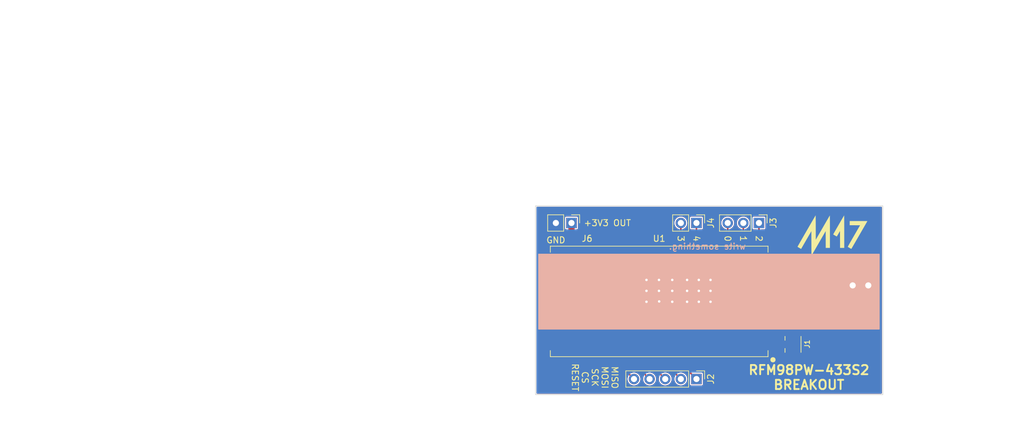
<source format=kicad_pcb>
(kicad_pcb (version 20211014) (generator pcbnew)
  (layers (0 "F.Cu" signal) (31 "B.Cu" signal) (34 "B.Paste" user) (35 "F.Paste" user) (36 "B.SilkS" user "B.Silkscreen") (37 "F.SilkS" user "F.Silkscreen") (38 "B.Mask" user) (39 "F.Mask" user) (44 "Edge.Cuts" user))
  (net 0 "")
  (net 1 "GND")
  (net 2 "+5V")
  (net 3 "RFM_RESET")
  (net 4 "RFM_NSS")
  (net 5 "RFM_SCK")
  (net 6 "RFM_MOSI")
  (net 7 "RFM_MISO")
  (net 8 "RFM_DIO2")
  (net 9 "RFM_DIO1")
  (net 10 "RFM_DIO0")
  (net 11 "RFM_DIO4")
  (net 12 "RFM_DIO3")
  (net 13 "+3V3")
  (net 15 "Net-(J1-Pad2)")
  (footprint "U:HRS_U.FL-R-SMT-1(10)" (layer "F.Cu") (at 160.4772 106.1212 -90)
    (fp_text reference "J1" (at -0.060105 -2.311695 -90) (layer "F.SilkS") (effects (font (size 0.801283 0.801283))))
    (fp_text value "U.FL-R-SMT-1(10)")
    (fp_line (start -1.3 -1.3) (end 1.3 -1.3) (layer "F.SilkS") (width 0.127))
    (fp_line (start 1.3 1.3) (end 0.67 1.3) (layer "F.SilkS") (width 0.127))
    (fp_line (start -1.3 1.3) (end -0.67 1.3) (layer "F.SilkS") (width 0.127))
    (pad "1" smd rect (at -1.475 0 270) (size 1.05 2.2) (layers "F.Cu" "F.Paste" "F.Mask") (net 1 "GND"))
    (pad "2" smd rect (at 0 1.525 270) (size 1 1.05) (layers "F.Cu" "F.Paste" "F.Mask") (net 15 "Net-(J1-Pad2)"))
    (pad "3" smd rect (at 1.475 0 270) (size 1.05 2.2) (layers "F.Cu" "F.Paste" "F.Mask") (net 1 "GND"))
    (zone (net 0) (net_name "") (layer "F.Cu") (connect_pads (clearance 0)) (min_thickness 0.01)
      (keepout (tracks not_allowed) (vias not_allowed) (pads not_allowed) (copperpour not_allowed) (footprints allowed))
      (fill (thermal_gap 0.508) (thermal_bridge_width 0.508))
      (polygon (pts (xy 161.5772 105.171042) (xy 161.5772 107.0712) (xy 159.47703 107.0712) (xy 159.47703 105.171042)))
    )
  )
  (footprint "Capacitor_SMD:C_0603_1608Metric_Pad1.08x0.95mm_HandSolder" (layer "F.Cu") (at 163.195 99.06 90)
    (fp_text reference "C4" (at 0 -1.43 90) (layer "F.SilkS"))
    (fp_text value "1u")
    (fp_line (start -0.146267 -0.51) (end 0.146267 -0.51) (layer "F.SilkS") (width 0.12))
    (fp_line (start -0.146267 0.51) (end 0.146267 0.51) (layer "F.SilkS") (width 0.12))
    (pad "1" smd roundrect (at -0.8625 0 90) (size 1.075 0.95) (layers "F.Cu" "F.Paste" "F.Mask") (net 1 "GND"))
    (pad "2" smd roundrect (at 0.8625 0 90) (size 1.075 0.95) (layers "F.Cu" "F.Paste" "F.Mask") (net 2 "+5V"))
  )
  (footprint "Connector_PinHeader_2.54mm:PinHeader_1x03_P2.54mm_Vertical" (layer "F.Cu") (at 154.94 86.36 -90)
    (fp_text reference "J3" (at 0 -2.33 90) (layer "F.SilkS"))
    (fp_text value "Conn_01x03_Male")
    (fp_line (start -1.33 0) (end -1.33 -1.33) (layer "F.SilkS") (width 0.12))
    (fp_line (start -1.33 1.27) (end 1.33 1.27) (layer "F.SilkS") (width 0.12))
    (fp_line (start -1.33 1.27) (end -1.33 6.41) (layer "F.SilkS") (width 0.12))
    (fp_line (start -1.33 6.41) (end 1.33 6.41) (layer "F.SilkS") (width 0.12))
    (fp_line (start 1.33 1.27) (end 1.33 6.41) (layer "F.SilkS") (width 0.12))
    (fp_line (start -1.33 -1.33) (end 0 -1.33) (layer "F.SilkS") (width 0.12))
    (pad "1" thru_hole rect (at 0 0 270) (size 1.7 1.7) (drill 1) (layers *.Cu *.Mask) (net 8 "RFM_DIO2"))
    (pad "2" thru_hole oval (at 0 2.54 270) (size 1.7 1.7) (drill 1) (layers *.Cu *.Mask) (net 9 "RFM_DIO1"))
    (pad "3" thru_hole oval (at 0 5.08 270) (size 1.7 1.7) (drill 1) (layers *.Cu *.Mask) (net 10 "RFM_DIO0"))
  )
  (footprint "RFM98PW:RFM98PW-433S2" (layer "F.Cu") (at 138.717 99.129)
    (fp_text reference "U1" (at 0 -10.229 unlocked) (layer "F.SilkS"))
    (fp_text value "RFM98PW-433S2")
    (fp_line (start 17.7 -9) (end 17.7 -8) (layer "F.SilkS") (width 0.12))
    (fp_line (start -17.7 9) (end -17.7 8) (layer "F.SilkS") (width 0.12))
    (fp_line (start 17.7 9) (end 17.7 8) (layer "F.SilkS") (width 0.12))
    (fp_line (start -17.7 -9) (end -17.7 -8) (layer "F.SilkS") (width 0.12))
    (fp_line (start -17.7 -9) (end 17.7 -9) (layer "F.SilkS") (width 0.12))
    (fp_line (start 17.7 9) (end -17.7 9) (layer "F.SilkS") (width 0.12))
    (fp_rect (start -2.7 -4.2) (end 9 0.7) (layer "F.SilkS") (width 0.12) (fill none))
    (fp_circle (center 18.5 9.5) (end 18.860555 9.5) (layer "F.SilkS") (width 0.12) (fill solid))
    (pad "1" smd roundrect (at 17.5 7) (size 2.8 1.2) (layers "F.Cu" "F.Paste" "F.Mask") (net 15 "Net-(J1-Pad2)"))
    (pad "2" smd roundrect (at 17.5 5) (size 2.8 1.2) (layers "F.Cu" "F.Paste" "F.Mask") (net 1 "GND"))
    (pad "3" smd roundrect (at 17.5 3) (size 2.8 1.2) (layers "F.Cu" "F.Paste" "F.Mask") (net 12 "RFM_DIO3"))
    (pad "4" smd roundrect (at 17.5 1) (size 2.8 1.2) (layers "F.Cu" "F.Paste" "F.Mask") (net 11 "RFM_DIO4"))
    (pad "5" smd roundrect (at 17.5 -1) (size 2.8 1.2) (layers "F.Cu" "F.Paste" "F.Mask") (net 2 "+5V"))
    (pad "6" smd roundrect (at 17.5 -3) (size 2.8 1.2) (layers "F.Cu" "F.Paste" "F.Mask") (net 10 "RFM_DIO0"))
    (pad "7" smd roundrect (at 17.5 -5.004317) (size 2.8 1.2) (layers "F.Cu" "F.Paste" "F.Mask") (net 9 "RFM_DIO1"))
    (pad "8" smd roundrect (at 17.5 -7.001672) (size 2.8 1.2) (layers "F.Cu" "F.Paste" "F.Mask") (net 8 "RFM_DIO2"))
    (pad "9" smd roundrect (at -17.5 -7) (size 2.8 1.2) (layers "F.Cu" "F.Paste" "F.Mask") (net 13 "+3V3"))
    (pad "10" smd roundrect (at -17.5 -5) (size 2.8 1.2) (layers "F.Cu" "F.Paste" "F.Mask") (net 7 "RFM_MISO"))
    (pad "11" smd roundrect (at -17.5 -3) (size 2.8 1.2) (layers "F.Cu" "F.Paste" "F.Mask") (net 6 "RFM_MOSI"))
    (pad "12" smd roundrect (at -17.5 -1) (size 2.8 1.2) (layers "F.Cu" "F.Paste" "F.Mask") (net 5 "RFM_SCK"))
    (pad "13" smd roundrect (at -17.5 1) (size 2.8 1.2) (layers "F.Cu" "F.Paste" "F.Mask") (net 4 "RFM_NSS"))
    (pad "14" smd roundrect (at -17.5 3) (size 2.8 1.2) (layers "F.Cu" "F.Paste" "F.Mask") (net 3 "RFM_RESET"))
    (pad "15" smd roundrect (at -17.5 5) (size 2.8 1.2) (layers "F.Cu" "F.Paste" "F.Mask"))
    (pad "16" smd roundrect (at -17.5 7) (size 2.8 1.2) (layers "F.Cu" "F.Paste" "F.Mask") (net 1 "GND"))
    (pad "17" smd rect (at 3.15 -1.75) (size 11.5 4.7) (layers "F.Cu" "F.Paste" "F.Mask") (net 1 "GND"))
  )
  (footprint "Capacitor_SMD:C_0603_1608Metric_Pad1.08x0.95mm_HandSolder" (layer "F.Cu") (at 160.02 99.06 90)
    (fp_text reference "C5" (at 0 -1.43 90) (layer "F.SilkS"))
    (fp_text value "0u1")
    (fp_line (start -0.146267 -0.51) (end 0.146267 -0.51) (layer "F.SilkS") (width 0.12))
    (fp_line (start -0.146267 0.51) (end 0.146267 0.51) (layer "F.SilkS") (width 0.12))
    (pad "1" smd roundrect (at -0.8625 0 90) (size 1.075 0.95) (layers "F.Cu" "F.Paste" "F.Mask") (net 1 "GND"))
    (pad "2" smd roundrect (at 0.8625 0 90) (size 1.075 0.95) (layers "F.Cu" "F.Paste" "F.Mask") (net 2 "+5V"))
  )
  (footprint "Connector_PinHeader_2.54mm:PinHeader_1x02_P2.54mm_Vertical" (layer "F.Cu") (at 170.18 96.52 90)
    (fp_text reference "J5" (at 0 -2.33 90) (layer "F.SilkS"))
    (fp_text value "Conn_01x02_Male")
    (fp_line (start -1.33 -1.33) (end 0 -1.33) (layer "F.SilkS") (width 0.12))
    (fp_line (start -1.33 1.27) (end 1.33 1.27) (layer "F.SilkS") (width 0.12))
    (fp_line (start -1.33 1.27) (end -1.33 3.87) (layer "F.SilkS") (width 0.12))
    (fp_line (start -1.33 0) (end -1.33 -1.33) (layer "F.SilkS") (width 0.12))
    (fp_line (start -1.33 3.87) (end 1.33 3.87) (layer "F.SilkS") (width 0.12))
    (fp_line (start 1.33 1.27) (end 1.33 3.87) (layer "F.SilkS") (width 0.12))
    (pad "1" thru_hole rect (at 0 0 90) (size 1.7 1.7) (drill 1) (layers *.Cu *.Mask) (net 2 "+5V"))
    (pad "2" thru_hole oval (at 0 2.54 90) (size 1.7 1.7) (drill 1) (layers *.Cu *.Mask) (net 1 "GND"))
  )
  (footprint "M17:M17" (layer "F.Cu") (at 166.878 88.392)
    (fp_text reference "G1" hide)
    (fp_text value "LOGO" hide)
    (fp_poly (pts (xy -2.71887 -3.257511) (xy -2.716892 -3.203701) (xy -2.714929 -3.116961) (xy -2.713004 -2.999769) (xy -2.711142 -2.8546) (xy -2.709366 -2.683931) (xy -2.7077 -2.490239) (xy -2.706167 -2.276) (xy -2.704791 -2.043689) (xy -2.703596 -1.795785) (xy -2.702605 -1.534763) (xy -2.701913 -1.293103) (xy -2.697094 0.690603) (xy -1.572536 -1.259956) (xy -1.427845 -1.51087) (xy -1.288145 -1.753025) (xy -1.154633 -1.984353) (xy -1.028502 -2.202788) (xy -0.910949 -2.406263) (xy -0.803169 -2.592711) (xy -0.706357 -2.760066) (xy -0.62171 -2.906261) (xy -0.550421 -3.029229) (xy -0.493687 -3.126903) (xy -0.452703 -3.197216) (xy -0.428664 -3.238103) (xy -0.422722 -3.247876) (xy -0.419138 -3.248289) (xy -0.415897 -3.237285) (xy -0.412982 -3.213195) (xy -0.410379 -3.174348) (xy -0.408069 -3.119074) (xy -0.406039 -3.045701) (xy -0.40427 -2.952558) (xy -0.402748 -2.837977) (xy -0.401456 -2.700284) (xy -0.400377 -2.537811) (xy -0.399497 -2.348887) (xy -0.398798 -2.13184) (xy -0.398265 -1.885) (xy -0.397882 -1.606696) (xy -0.397632 -1.295259) (xy -0.397499 -0.949017) (xy -0.397466 -0.62927) (xy -0.397466 2.026696) (xy -1.078589 2.026696) (xy -1.088301 -0.708262) (xy -2.21961 1.252819) (xy -2.364787 1.504387) (xy -2.505005 1.747181) (xy -2.639068 1.979142) (xy -2.765782 2.19821) (xy -2.883952 2.402326) (xy -2.992383 2.589432) (xy -3.089882 2.757467) (xy -3.175253 2.904372) (xy -3.247302 3.028089) (xy -3.304834 3.126557) (xy -3.346655 3.197718) (xy -3.37157 3.239513) (xy -3.378232 3.250089) (xy -3.382643 3.252393) (xy -3.386586 3.245633) (xy -3.390096 3.227804) (xy -3.393205 3.196903) (xy -3.395948 3.150926) (xy -3.398358 3.087869) (xy -3.400468 3.005727) (xy -3.402312 2.902498) (xy -3.403923 2.776178) (xy -3.405336 2.624761) (xy -3.406582 2.446245) (xy -3.407697 2.238625) (xy -3.408713 1.999897) (xy -3.409664 1.728059) (xy -3.410584 1.421104) (xy -3.410932 1.2946) (xy -3.416319 -0.697079) (xy -4.116617 0.516896) (xy -4.23414 0.720633) (xy -4.349175 0.920073) (xy -4.45985 1.11197) (xy -4.564292 1.293077) (xy -4.660629 1.460145) (xy -4.746988 1.609929) (xy -4.821498 1.739182) (xy -4.882287 1.844655) (xy -4.927481 1.923104) (xy -4.950712 1.96346) (xy -5.08451 2.196048) (xy -5.376569 2.02716) (xy -5.470604 1.971685) (xy -5.552056 1.921536) (xy -5.615677 1.880118) (xy -5.656216 1.850835) (xy -5.668629 1.837748) (xy -5.659362 1.818927) (xy -5.63239 1.769576) (xy -5.588951 1.691848) (xy -5.530287 1.587894) (xy -5.457637 1.459864) (xy -5.372242 1.309911) (xy -5.275341 1.140185) (xy -5.168176 0.952839) (xy -5.051985 0.750024) (xy -4.928011 0.53389) (xy -4.797491 0.30659) (xy -4.661668 0.070275) (xy -4.52178 -0.172903) (xy -4.379068 -0.420794) (xy -4.234773 -0.671246) (xy -4.090135 -0.922107) (xy -3.946393 -1.171227) (xy -3.804788 -1.416453) (xy -3.66656 -1.655634) (xy -3.532949 -1.886619) (xy -3.405196 -2.107256) (xy -3.28454 -2.315394) (xy -3.172223 -2.508882) (xy -3.069483 -2.685568) (xy -2.977562 -2.8433) (xy -2.897699 -2.979928) (xy -2.831134 -3.0933) (xy -2.779109 -3.181264) (xy -2.742862 -3.241669) (xy -2.723635 -3.272364) (xy -2.72084 -3.275915)) (layer "F.SilkS") (width 0) (fill solid))
    (fp_poly (pts (xy 4.488196 -2.348612) (xy 4.706505 -2.348373) (xy 4.910588 -2.34799) (xy 5.09754 -2.347477) (xy 5.264452 -2.346846) (xy 5.40842 -2.346111) (xy 5.526536 -2.345284) (xy 5.615893 -2.344379) (xy 5.673585 -2.343408) (xy 5.696705 -2.342385) (xy 5.697019 -2.34225) (xy 5.687761 -2.325228) (xy 5.660866 -2.277703) (xy 5.617653 -2.201961) (xy 5.559442 -2.10029) (xy 5.487551 -1.974975) (xy 5.4033 -1.828304) (xy 5.308008 -1.662564) (xy 5.202994 -1.480042) (xy 5.089577 -1.283023) (xy 4.969076 -1.073796) (xy 4.842812 -0.854646) (xy 4.712102 -0.62786) (xy 4.578266 -0.395726) (xy 4.442623 -0.16053) (xy 4.306492 0.075441) (xy 4.171193 0.3099) (xy 4.038044 0.540561) (xy 3.908365 0.765137) (xy 3.783475 0.981341) (xy 3.664693 1.186887) (xy 3.553338 1.379486) (xy 3.45073 1.556854) (xy 3.358188 1.716702) (xy 3.27703 1.856744) (xy 3.208576 1.974694) (xy 3.154145 2.068264) (xy 3.115057 2.135168) (xy 3.09263 2.173119) (xy 3.087592 2.181199) (xy 3.06814 2.176263) (xy 3.021817 2.154741) (xy 2.95422 2.119522) (xy 2.870947 2.073495) (xy 2.801192 2.033398) (xy 2.708522 1.979278) (xy 2.626469 1.931341) (xy 2.560974 1.893059) (xy 2.517977 1.867903) (xy 2.504308 1.859882) (xy 2.509089 1.842099) (xy 2.532099 1.793695) (xy 2.573452 1.714466) (xy 2.633263 1.604207) (xy 2.711646 1.462714) (xy 2.808716 1.289782) (xy 2.924587 1.085209) (xy 3.059373 0.848789) (xy 3.213188 0.580319) (xy 3.386148 0.279593) (xy 3.492788 0.094633) (xy 4.503711 -1.657345) (xy 3.661915 -1.662276) (xy 2.820119 -1.667206) (xy 2.820119 -2.348695) (xy 4.258569 -2.348695)) (layer "F.SilkS") (width 0) (fill solid))
    (fp_poly (pts (xy 1.915601 -3.250205) (xy 1.917828 -3.1975) (xy 1.919906 -3.109637) (xy 1.921826 -2.98798) (xy 1.923581 -2.83389) (xy 1.925159 -2.64873) (xy 1.926554 -2.433863) (xy 1.927755 -2.19065) (xy 1.928754 -1.920455) (xy 1.929543 -1.624639) (xy 1.930111 -1.304564) (xy 1.93045 -0.961595) (xy 1.930551 -0.628844) (xy 1.930551 2.026696) (xy 1.249428 2.026696) (xy 1.244572 0.652714) (xy 1.239717 -0.721268) (xy 0.984203 -0.275298) (xy 0.916282 -0.158126) (xy 0.853727 -0.052823) (xy 0.79915 0.036419) (xy 0.755166 0.105408) (xy 0.724387 0.149953) (xy 0.709427 0.165862) (xy 0.709162 0.165836) (xy 0.68275 0.153988) (xy 0.632283 0.127045) (xy 0.56418 0.088805) (xy 0.48486 0.043071) (xy 0.400741 -0.006358) (xy 0.318241 -0.055683) (xy 0.243779 -0.101101) (xy 0.183773 -0.138814) (xy 0.144642 -0.165021) (xy 0.132572 -0.175551) (xy 0.141787 -0.193679) (xy 0.16839 -0.2418) (xy 0.21078 -0.317135) (xy 0.267356 -0.416905) (xy 0.336518 -0.538331) (xy 0.416665 -0.678636) (xy 0.506196 -0.835039) (xy 0.603509 -1.004764) (xy 0.707005 -1.18503) (xy 0.815083 -1.373059) (xy 0.926141 -1.566074) (xy 1.038579 -1.761294) (xy 1.150796 -1.955941) (xy 1.261192 -2.147238) (xy 1.368165 -2.332404) (xy 1.470114 -2.508662) (xy 1.56544 -2.673233) (xy 1.65254 -2.823337) (xy 1.729815 -2.956198) (xy 1.795663 -3.069035) (xy 1.848484 -3.15907) (xy 1.886677 -3.223525) (xy 1.908641 -3.25962) (xy 1.913235 -3.266391)) (layer "F.SilkS") (width 0) (fill solid))
  )
  (footprint "Connector_PinHeader_2.54mm:PinHeader_1x05_P2.54mm_Vertical" (layer "F.Cu") (at 144.78 111.76 -90)
    (fp_text reference "J2" (at 0 -2.33 90) (layer "F.SilkS"))
    (fp_text value "Conn_01x05_Male")
    (fp_line (start -1.33 1.27) (end 1.33 1.27) (layer "F.SilkS") (width 0.12))
    (fp_line (start -1.33 -1.33) (end 0 -1.33) (layer "F.SilkS") (width 0.12))
    (fp_line (start 1.33 1.27) (end 1.33 11.49) (layer "F.SilkS") (width 0.12))
    (fp_line (start -1.33 1.27) (end -1.33 11.49) (layer "F.SilkS") (width 0.12))
    (fp_line (start -1.33 11.49) (end 1.33 11.49) (layer "F.SilkS") (width 0.12))
    (fp_line (start -1.33 0) (end -1.33 -1.33) (layer "F.SilkS") (width 0.12))
    (pad "1" thru_hole rect (at 0 0 270) (size 1.7 1.7) (drill 1) (layers *.Cu *.Mask) (net 7 "RFM_MISO"))
    (pad "2" thru_hole oval (at 0 2.54 270) (size 1.7 1.7) (drill 1) (layers *.Cu *.Mask) (net 6 "RFM_MOSI"))
    (pad "3" thru_hole oval (at 0 5.08 270) (size 1.7 1.7) (drill 1) (layers *.Cu *.Mask) (net 5 "RFM_SCK"))
    (pad "4" thru_hole oval (at 0 7.62 270) (size 1.7 1.7) (drill 1) (layers *.Cu *.Mask) (net 4 "RFM_NSS"))
    (pad "5" thru_hole oval (at 0 10.16 270) (size 1.7 1.7) (drill 1) (layers *.Cu *.Mask) (net 3 "RFM_RESET"))
  )
  (footprint "Connector_PinHeader_2.54mm:PinHeader_1x02_P2.54mm_Vertical" (layer "F.Cu") (at 124.46 86.36 -90)
    (fp_text reference "J6" (at 2.54 -2.54 180) (layer "F.SilkS"))
    (fp_text value "Conn_01x02_Male")
    (fp_line (start -1.33 -1.33) (end 0 -1.33) (layer "F.SilkS") (width 0.12))
    (fp_line (start 1.33 1.27) (end 1.33 3.87) (layer "F.SilkS") (width 0.12))
    (fp_line (start -1.33 1.27) (end 1.33 1.27) (layer "F.SilkS") (width 0.12))
    (fp_line (start -1.33 0) (end -1.33 -1.33) (layer "F.SilkS") (width 0.12))
    (fp_line (start -1.33 1.27) (end -1.33 3.87) (layer "F.SilkS") (width 0.12))
    (fp_line (start -1.33 3.87) (end 1.33 3.87) (layer "F.SilkS") (width 0.12))
    (pad "1" thru_hole rect (at 0 0 270) (size 1.7 1.7) (drill 1) (layers *.Cu *.Mask) (net 13 "+3V3"))
    (pad "2" thru_hole oval (at 0 2.54 270) (size 1.7 1.7) (drill 1) (layers *.Cu *.Mask) (net 1 "GND"))
  )
  (footprint "Capacitor_SMD:C_0603_1608Metric_Pad1.08x0.95mm_HandSolder" (layer "F.Cu") (at 166.37 99.06 90)
    (fp_text reference "C3" (at 0 -1.43 90) (layer "F.SilkS"))
    (fp_text value "4u7")
    (fp_line (start -0.146267 0.51) (end 0.146267 0.51) (layer "F.SilkS") (width 0.12))
    (fp_line (start -0.146267 -0.51) (end 0.146267 -0.51) (layer "F.SilkS") (width 0.12))
    (pad "1" smd roundrect (at -0.8625 0 90) (size 1.075 0.95) (layers "F.Cu" "F.Paste" "F.Mask") (net 1 "GND"))
    (pad "2" smd roundrect (at 0.8625 0 90) (size 1.075 0.95) (layers "F.Cu" "F.Paste" "F.Mask") (net 2 "+5V"))
  )
  (footprint "Connector_PinHeader_2.54mm:PinHeader_1x02_P2.54mm_Vertical" (layer "F.Cu") (at 144.78 86.36 -90)
    (fp_text reference "J4" (at 0 -2.33 90) (layer "F.SilkS"))
    (fp_text value "Conn_01x02_Male")
    (fp_line (start 1.33 1.27) (end 1.33 3.87) (layer "F.SilkS") (width 0.12))
    (fp_line (start -1.33 3.87) (end 1.33 3.87) (layer "F.SilkS") (width 0.12))
    (fp_line (start -1.33 1.27) (end -1.33 3.87) (layer "F.SilkS") (width 0.12))
    (fp_line (start -1.33 1.27) (end 1.33 1.27) (layer "F.SilkS") (width 0.12))
    (fp_line (start -1.33 0) (end -1.33 -1.33) (layer "F.SilkS") (width 0.12))
    (fp_line (start -1.33 -1.33) (end 0 -1.33) (layer "F.SilkS") (width 0.12))
    (pad "1" thru_hole rect (at 0 0 270) (size 1.7 1.7) (drill 1) (layers *.Cu *.Mask) (net 11 "RFM_DIO4"))
    (pad "2" thru_hole oval (at 0 2.54 270) (size 1.7 1.7) (drill 1) (layers *.Cu *.Mask) (net 12 "RFM_DIO3"))
  )
  (gr_rect (start 174.498 91.44) (end 119.126 103.632) (layer "B.SilkS") (width 0.15) (fill solid))
  (gr_rect (start 175.0822 114.3) (end 118.618 83.566) (layer "Edge.Cuts") (width 0.1) (fill none))
  (gr_text "write something." (at 146.558 90.17) (layer "B.SilkS") (effects (font (size 1 1)) (justify mirror)))
  (gr_text "RFM98PW-433S2\nBREAKOUT" (at 163.068 111.506) (layer "F.SilkS") (effects (font (size 1.5 1.5) (thickness 0.3))))
  (gr_text "1" (at 152.4 88.9 270) (layer "F.SilkS") (effects (font (size 1 1))))
  (gr_text "+5V" (at 170.18 100.838 270) (layer "F.SilkS") (effects (font (size 1.5 1.5) (thickness 0.3))))
  (gr_text "3" (at 142.24 88.9 270) (layer "F.SilkS") (effects (font (size 1 1))))
  (gr_text "MISO\nMOSI\nSCK\nCS\nRESET" (at 128.27 111.506 270) (layer "F.SilkS") (effects (font (size 1 1))))
  (gr_text "KC1AWV et al." (at 166.624 92.71) (layer "F.SilkS") (effects (font (size 1 1))))
  (gr_text "0" (at 149.86 88.9 270) (layer "F.SilkS") (effects (font (size 1 1))))
  (gr_text "+3V3 OUT" (at 130.302 86.36) (layer "F.SilkS") (effects (font (size 1 1))))
  (gr_text "4" (at 144.78 88.9 270) (layer "F.SilkS") (effects (font (size 1 1))))
  (gr_text "2" (at 154.94 88.9 270) (layer "F.SilkS") (effects (font (size 1 1))))
  (gr_text "GND" (at 172.72 101.092 270) (layer "F.SilkS") (effects (font (size 1.5 1.5) (thickness 0.3))))
  (gr_text "GND" (at 121.92 89.154) (layer "F.SilkS") (effects (font (size 1 1))))
  (via (at 143.256 97.409) (size 0.8) (drill 0.4) (layers "F.Cu" "B.Cu") (net 1))
  (via (at 143.256 95.631) (size 0.8) (drill 0.4) (layers "F.Cu" "B.Cu") (net 1))
  (via (at 147.066 99.187) (size 0.8) (drill 0.4) (layers "F.Cu" "B.Cu") (net 1))
  (via (at 136.652 95.631) (size 0.8) (drill 0.4) (layers "F.Cu" "B.Cu") (net 1))
  (via (at 145.161 97.409) (size 0.8) (drill 0.4) (layers "F.Cu" "B.Cu") (net 1))
  (via (at 138.684 97.409) (size 0.8) (drill 0.4) (layers "F.Cu" "B.Cu") (net 1))
  (via (at 143.256 99.187) (size 0.8) (drill 0.4) (layers "F.Cu" "B.Cu") (net 1))
  (via (at 136.652 99.187) (size 0.8) (drill 0.4) (layers "F.Cu" "B.Cu") (net 1))
  (via (at 140.843 99.187) (size 0.8) (drill 0.4) (layers "F.Cu" "B.Cu") (net 1))
  (via (at 136.652 97.409) (size 0.8) (drill 0.4) (layers "F.Cu" "B.Cu") (net 1))
  (via (at 138.717 99.129) (size 0.8) (drill 0.4) (layers "F.Cu" "B.Cu") (net 1))
  (via (at 145.161 95.631) (size 0.8) (drill 0.4) (layers "F.Cu" "B.Cu") (net 1))
  (via (at 147.066 97.409) (size 0.8) (drill 0.4) (layers "F.Cu" "B.Cu") (net 1))
  (via (at 147.066 95.631) (size 0.8) (drill 0.4) (layers "F.Cu" "B.Cu") (net 1))
  (via (at 138.684 95.631) (size 0.8) (drill 0.4) (layers "F.Cu" "B.Cu") (net 1))
  (via (at 145.161 99.187) (size 0.8) (drill 0.4) (layers "F.Cu" "B.Cu") (net 1))
  (via (at 140.843 95.631) (size 0.8) (drill 0.4) (layers "F.Cu" "B.Cu") (net 1))
  (via (at 140.843 97.409) (size 0.8) (drill 0.4) (layers "F.Cu" "B.Cu") (net 1))
  (segment (start 156.217 98.129) (end 156.2855 98.1975) (width 0.25) (layer "F.Cu") (net 2))
  (segment (start 166.37 98.1975) (end 168.0475 96.52) (width 1) (layer "F.Cu") (net 2))
  (segment (start 156.2855 98.1975) (end 160.02 98.1975) (width 1) (layer "F.Cu") (net 2))
  (segment (start 160.02 98.1975) (end 163.195 98.1975) (width 1) (layer "F.Cu") (net 2))
  (segment (start 163.195 98.1975) (end 166.37 98.1975) (width 1) (layer "F.Cu") (net 2))
  (segment (start 168.0475 96.52) (end 170.18 96.52) (width 1) (layer "F.Cu") (net 2))
  (segment (start 124.989 102.129) (end 134.62 111.76) (width 0.25) (layer "F.Cu") (net 3))
  (segment (start 121.217 102.129) (end 124.989 102.129) (width 0.25) (layer "F.Cu") (net 3))
  (segment (start 121.217 100.129) (end 125.529 100.129) (width 0.25) (layer "F.Cu") (net 4))
  (segment (start 125.529 100.129) (end 137.16 111.76) (width 0.25) (layer "F.Cu") (net 4))
  (segment (start 121.217 98.129) (end 126.069 98.129) (width 0.25) (layer "F.Cu") (net 5))
  (segment (start 126.069 98.129) (end 139.7 111.76) (width 0.25) (layer "F.Cu") (net 5))
  (segment (start 121.217 96.129) (end 126.609 96.129) (width 0.25) (layer "F.Cu") (net 6))
  (segment (start 126.609 96.129) (end 142.24 111.76) (width 0.25) (layer "F.Cu") (net 6))
  (segment (start 121.217 94.129) (end 127.149 94.129) (width 0.25) (layer "F.Cu") (net 7))
  (segment (start 127.149 94.129) (end 144.78 111.76) (width 0.25) (layer "F.Cu") (net 7))
  (segment (start 154.94 90.850328) (end 154.94 86.36) (width 0.25) (layer "F.Cu") (net 8))
  (segment (start 156.217 92.127328) (end 154.94 90.850328) (width 0.25) (layer "F.Cu") (net 8))
  (segment (start 156.217 94.124683) (end 154.068683 94.124683) (width 0.25) (layer "F.Cu") (net 9))
  (segment (start 154.068683 94.124683) (end 152.4 92.456) (width 0.25) (layer "F.Cu") (net 9))
  (segment (start 152.4 92.456) (end 152.4 86.36) (width 0.25) (layer "F.Cu") (net 9))
  (segment (start 156.217 96.129) (end 153.787 96.129) (width 0.25) (layer "F.Cu") (net 10))
  (segment (start 149.86 92.202) (end 149.86 86.36) (width 0.25) (layer "F.Cu") (net 10))
  (segment (start 153.787 96.129) (end 149.86 92.202) (width 0.25) (layer "F.Cu") (net 10))
  (segment (start 153.162 99.314) (end 153.162 97.536) (width 0.25) (layer "F.Cu") (net 11))
  (segment (start 153.162 97.536) (end 144.78 89.154) (width 0.25) (layer "F.Cu") (net 11))
  (segment (start 156.217 100.129) (end 153.977 100.129) (width 0.25) (layer "F.Cu") (net 11))
  (segment (start 144.78 89.154) (end 144.78 86.36) (width 0.25) (layer "F.Cu") (net 11))
  (segment (start 153.977 100.129) (end 153.162 99.314) (width 0.25) (layer "F.Cu") (net 11))
  (segment (start 154.199 102.129) (end 151.638 99.568) (width 0.25) (layer "F.Cu") (net 12))
  (segment (start 151.638 99.568) (end 151.638 97.663718) (width 0.25) (layer "F.Cu") (net 12))
  (segment (start 156.217 102.129) (end 154.199 102.129) (width 0.25) (layer "F.Cu") (net 12))
  (segment (start 142.24 88.265718) (end 142.24 86.36) (width 0.25) (layer "F.Cu") (net 12))
  (segment (start 151.638 97.663718) (end 142.24 88.265718) (width 0.25) (layer "F.Cu") (net 12))
  (segment (start 121.217 92.129) (end 124.46 88.886) (width 1) (layer "F.Cu") (net 13))
  (segment (start 124.46 88.886) (end 124.46 86.36) (width 1) (layer "F.Cu") (net 13))
  (segment (start 156.217 106.129) (end 156.2248 106.1212) (width 0.25) (layer "F.Cu") (net 15))
  (segment (start 156.2248 106.1212) (end 158.9522 106.1212) (width 1) (layer "F.Cu") (net 15))
  (zone (net 1) (net_name "GND") (layer "F.Cu") (connect_pads yes (clearance 0.15)) (min_thickness 0.254) (fill yes (thermal_gap 0.508) (thermal_bridge_width 0.508))
    (polygon (pts (xy 175.26 114.554) (xy 118.364 114.554) (xy 118.364 83.312) (xy 175.26 83.312)))
  )
  (zone (net 1) (net_name "GND") (layer "B.Cu") (connect_pads yes (clearance 0.15)) (min_thickness 0.254) (fill yes (thermal_gap 0.508) (thermal_bridge_width 0.508))
    (polygon (pts (xy 175.26 114.554) (xy 118.364 114.554) (xy 118.364 83.312) (xy 175.26 83.312)))
  )
)
</source>
